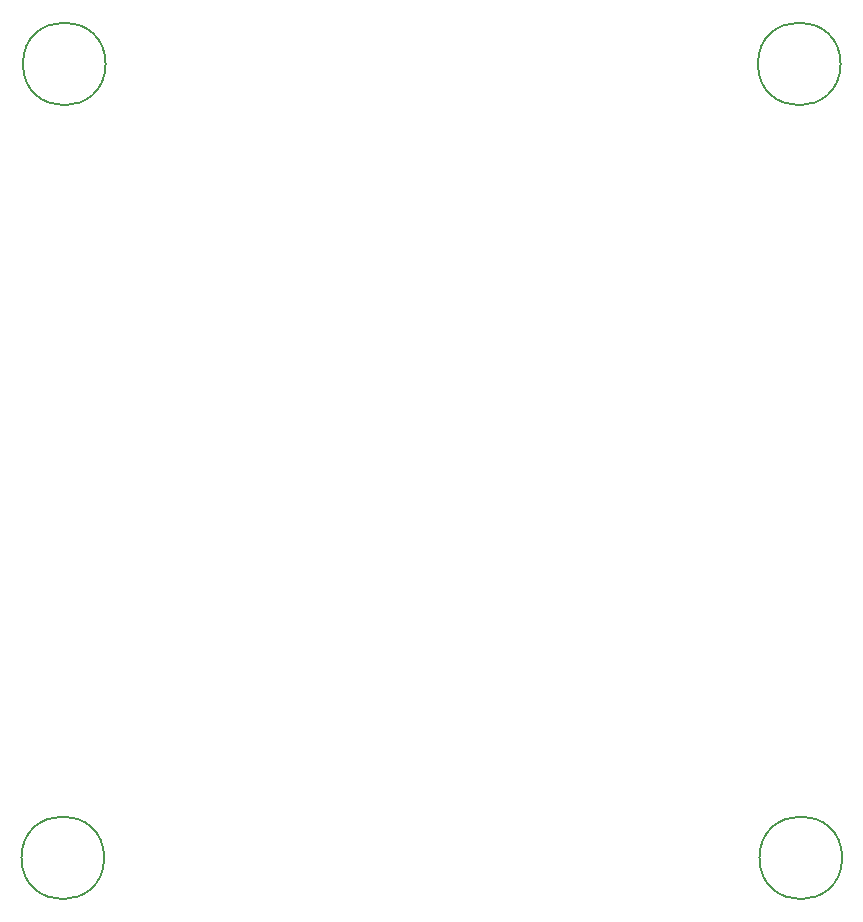
<source format=gbr>
%TF.GenerationSoftware,KiCad,Pcbnew,7.0.9*%
%TF.CreationDate,2024-04-08T21:40:25-04:00*%
%TF.ProjectId,WIRED-NAU7802-board-revB1,57495245-442d-44e4-9155-373830322d62,Rev B1*%
%TF.SameCoordinates,Original*%
%TF.FileFunction,Other,Comment*%
%FSLAX46Y46*%
G04 Gerber Fmt 4.6, Leading zero omitted, Abs format (unit mm)*
G04 Created by KiCad (PCBNEW 7.0.9) date 2024-04-08 21:40:25*
%MOMM*%
%LPD*%
G01*
G04 APERTURE LIST*
%ADD10C,0.150000*%
G04 APERTURE END LIST*
D10*
%TO.C,H2*%
X190444000Y-70866000D02*
G75*
G03*
X190444000Y-70866000I-3500000J0D01*
G01*
%TO.C,H3*%
X190576000Y-138084000D02*
G75*
G03*
X190576000Y-138084000I-3500000J0D01*
G01*
%TO.C,H1*%
X128214000Y-70866000D02*
G75*
G03*
X128214000Y-70866000I-3500000J0D01*
G01*
%TO.C,H4*%
X128092000Y-138084000D02*
G75*
G03*
X128092000Y-138084000I-3500000J0D01*
G01*
%TD*%
M02*

</source>
